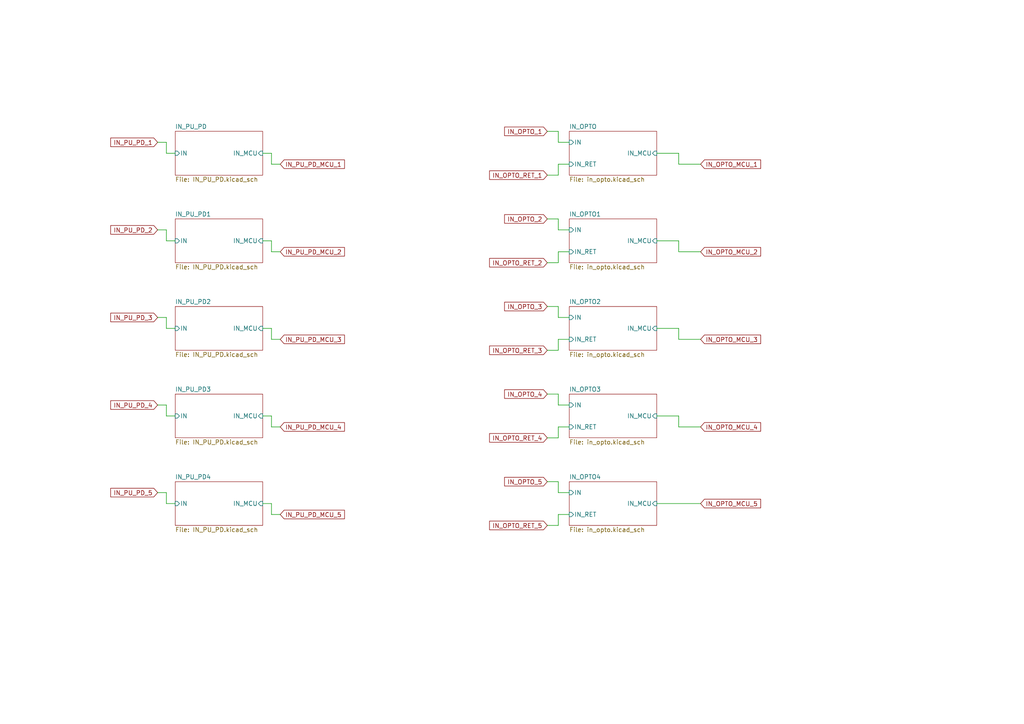
<source format=kicad_sch>
(kicad_sch (version 20211123) (generator eeschema)

  (uuid 7162ffe8-b94f-43e1-947b-fb52f9b6bd7f)

  (paper "A4")

  (lib_symbols
  )


  (wire (pts (xy 78.74 47.625) (xy 78.74 44.45))
    (stroke (width 0) (type solid) (color 0 0 0 0))
    (uuid 00f3751a-80cc-4d8d-b636-a54774fb7fde)
  )
  (wire (pts (xy 161.925 114.3) (xy 161.925 117.475))
    (stroke (width 0) (type solid) (color 0 0 0 0))
    (uuid 032d78d6-68d9-4da5-82f3-943fbc55b44f)
  )
  (wire (pts (xy 81.28 149.225) (xy 78.74 149.225))
    (stroke (width 0) (type solid) (color 0 0 0 0))
    (uuid 0c612519-a177-452f-a8fb-2bcca773ded9)
  )
  (wire (pts (xy 76.2 146.05) (xy 78.74 146.05))
    (stroke (width 0) (type solid) (color 0 0 0 0))
    (uuid 0d4e2d55-04b7-419e-9814-d192f7326322)
  )
  (wire (pts (xy 48.26 69.85) (xy 50.8 69.85))
    (stroke (width 0) (type solid) (color 0 0 0 0))
    (uuid 16cdf214-cc0a-4bc4-b5f6-70a260cb971a)
  )
  (wire (pts (xy 161.925 92.075) (xy 165.1 92.075))
    (stroke (width 0) (type solid) (color 0 0 0 0))
    (uuid 19c01012-8660-447d-9273-aa31eddc44fd)
  )
  (wire (pts (xy 196.85 47.625) (xy 196.85 44.45))
    (stroke (width 0) (type solid) (color 0 0 0 0))
    (uuid 1f567f22-b3c4-4e62-a20d-de20d26a2bf0)
  )
  (wire (pts (xy 161.925 98.425) (xy 165.1 98.425))
    (stroke (width 0) (type solid) (color 0 0 0 0))
    (uuid 2a02a1f2-5f31-4b83-9bdf-4710ee81d783)
  )
  (wire (pts (xy 203.2 73.025) (xy 196.85 73.025))
    (stroke (width 0) (type solid) (color 0 0 0 0))
    (uuid 2cc2fe4c-3cdd-4588-9af6-b59ed02b5c0b)
  )
  (wire (pts (xy 161.925 41.275) (xy 165.1 41.275))
    (stroke (width 0) (type solid) (color 0 0 0 0))
    (uuid 2d0eb272-d7bc-46f7-b908-7023983ff4e1)
  )
  (wire (pts (xy 190.5 69.85) (xy 196.85 69.85))
    (stroke (width 0) (type solid) (color 0 0 0 0))
    (uuid 2d366480-52db-4e96-b8c9-acdde9fe00db)
  )
  (wire (pts (xy 76.2 44.45) (xy 78.74 44.45))
    (stroke (width 0) (type solid) (color 0 0 0 0))
    (uuid 2e32d2fd-0e9f-41c9-a629-e5fb6caf2cec)
  )
  (wire (pts (xy 161.925 142.875) (xy 165.1 142.875))
    (stroke (width 0) (type solid) (color 0 0 0 0))
    (uuid 307e809b-8342-40b7-a7bd-3c90ef552711)
  )
  (wire (pts (xy 158.75 139.7) (xy 161.925 139.7))
    (stroke (width 0) (type solid) (color 0 0 0 0))
    (uuid 31861f5b-867a-4077-aa91-91b4334a3441)
  )
  (wire (pts (xy 161.925 47.625) (xy 165.1 47.625))
    (stroke (width 0) (type solid) (color 0 0 0 0))
    (uuid 3328a4ae-b1e5-4b32-8570-2f1de88ecae6)
  )
  (wire (pts (xy 48.26 44.45) (xy 50.8 44.45))
    (stroke (width 0) (type solid) (color 0 0 0 0))
    (uuid 3963e9ea-a760-4c96-bfdc-e02a5c44bec4)
  )
  (wire (pts (xy 48.26 146.05) (xy 50.8 146.05))
    (stroke (width 0) (type solid) (color 0 0 0 0))
    (uuid 3dc5a952-8eb1-4a83-9892-59ae15a7c964)
  )
  (wire (pts (xy 161.925 63.5) (xy 161.925 66.675))
    (stroke (width 0) (type solid) (color 0 0 0 0))
    (uuid 40d78122-e3e0-4ffe-9375-4dd25a880968)
  )
  (wire (pts (xy 161.925 101.6) (xy 161.925 98.425))
    (stroke (width 0) (type solid) (color 0 0 0 0))
    (uuid 429b5adf-32ae-4883-a6fa-d274f04e5185)
  )
  (wire (pts (xy 81.28 123.825) (xy 78.74 123.825))
    (stroke (width 0) (type solid) (color 0 0 0 0))
    (uuid 489957b1-7102-44d1-9f47-31ede95c20f0)
  )
  (wire (pts (xy 161.925 117.475) (xy 165.1 117.475))
    (stroke (width 0) (type solid) (color 0 0 0 0))
    (uuid 49af631e-336e-4ea1-a3b6-bd37c8d1278f)
  )
  (wire (pts (xy 161.925 76.2) (xy 161.925 73.025))
    (stroke (width 0) (type solid) (color 0 0 0 0))
    (uuid 4ecb2b3e-20c6-4935-aa83-7fc8774bbde3)
  )
  (wire (pts (xy 158.75 88.9) (xy 161.925 88.9))
    (stroke (width 0) (type solid) (color 0 0 0 0))
    (uuid 4efad398-8757-4e7b-8465-8bba66736911)
  )
  (wire (pts (xy 158.75 101.6) (xy 161.925 101.6))
    (stroke (width 0) (type solid) (color 0 0 0 0))
    (uuid 54055eaa-576f-4cf9-9d07-9b1d9270b5b1)
  )
  (wire (pts (xy 196.85 98.425) (xy 196.85 95.25))
    (stroke (width 0) (type solid) (color 0 0 0 0))
    (uuid 577dc17c-2482-49b7-86a6-e906478f1f5b)
  )
  (wire (pts (xy 76.2 120.65) (xy 78.74 120.65))
    (stroke (width 0) (type solid) (color 0 0 0 0))
    (uuid 59064ca5-a7e8-47ac-b043-f5b5f2f99696)
  )
  (wire (pts (xy 158.75 50.8) (xy 161.925 50.8))
    (stroke (width 0) (type solid) (color 0 0 0 0))
    (uuid 5a21d3e1-a002-434f-8752-5a8633f7d4af)
  )
  (wire (pts (xy 161.925 50.8) (xy 161.925 47.625))
    (stroke (width 0) (type solid) (color 0 0 0 0))
    (uuid 5a21d3e1-a002-434f-8752-5a8633f7d4b0)
  )
  (wire (pts (xy 158.75 152.4) (xy 161.925 152.4))
    (stroke (width 0) (type solid) (color 0 0 0 0))
    (uuid 694e7cab-5773-45a6-9ab8-6001f370127d)
  )
  (wire (pts (xy 48.26 95.25) (xy 50.8 95.25))
    (stroke (width 0) (type solid) (color 0 0 0 0))
    (uuid 6ec4bb4a-fdca-4761-adfe-3ef4abb9e4cf)
  )
  (wire (pts (xy 81.28 73.025) (xy 78.74 73.025))
    (stroke (width 0) (type solid) (color 0 0 0 0))
    (uuid 7e90ce05-6cc0-49ce-a083-eb5d462608c8)
  )
  (wire (pts (xy 161.925 127) (xy 161.925 123.825))
    (stroke (width 0) (type solid) (color 0 0 0 0))
    (uuid 8320a00c-e6a4-4706-a3df-ea26f731ca7a)
  )
  (wire (pts (xy 196.85 123.825) (xy 196.85 120.65))
    (stroke (width 0) (type solid) (color 0 0 0 0))
    (uuid 856c1b25-ec93-4771-a9a2-2e6403b07f32)
  )
  (wire (pts (xy 81.28 98.425) (xy 78.74 98.425))
    (stroke (width 0) (type solid) (color 0 0 0 0))
    (uuid 90fa0dac-9a6c-429e-83f9-586cba062752)
  )
  (wire (pts (xy 76.2 95.25) (xy 78.74 95.25))
    (stroke (width 0) (type solid) (color 0 0 0 0))
    (uuid 931f96d4-d063-44a9-a150-bb38f9810ad7)
  )
  (wire (pts (xy 45.72 41.275) (xy 48.26 41.275))
    (stroke (width 0) (type solid) (color 0 0 0 0))
    (uuid 93eec6a0-86af-4d3b-9af9-d5578413ebfa)
  )
  (wire (pts (xy 190.5 95.25) (xy 196.85 95.25))
    (stroke (width 0) (type solid) (color 0 0 0 0))
    (uuid 95b27974-bdf4-49d9-90c7-00bd9e1b59bd)
  )
  (wire (pts (xy 190.5 146.05) (xy 203.2 146.05))
    (stroke (width 0) (type solid) (color 0 0 0 0))
    (uuid 99594088-ada8-4c1f-bd0f-c942aacbd775)
  )
  (wire (pts (xy 203.2 98.425) (xy 196.85 98.425))
    (stroke (width 0) (type solid) (color 0 0 0 0))
    (uuid 9b8b2cf9-b7f5-40f5-90a6-cdaa77e53d30)
  )
  (wire (pts (xy 158.75 76.2) (xy 161.925 76.2))
    (stroke (width 0) (type solid) (color 0 0 0 0))
    (uuid 9c83413e-067e-4296-a9da-58963214daa2)
  )
  (wire (pts (xy 161.925 123.825) (xy 165.1 123.825))
    (stroke (width 0) (type solid) (color 0 0 0 0))
    (uuid 9cb28373-a139-47e5-aab1-e7567aad764e)
  )
  (wire (pts (xy 78.74 149.225) (xy 78.74 146.05))
    (stroke (width 0) (type solid) (color 0 0 0 0))
    (uuid a4e7a5c9-d318-4a4d-a74a-d0bfa0f884af)
  )
  (wire (pts (xy 48.26 120.65) (xy 50.8 120.65))
    (stroke (width 0) (type solid) (color 0 0 0 0))
    (uuid afe4c494-2603-461d-a773-c01c5fec77bb)
  )
  (wire (pts (xy 190.5 44.45) (xy 196.85 44.45))
    (stroke (width 0) (type solid) (color 0 0 0 0))
    (uuid b319ae01-43e9-49d5-acf8-c3a66cee99d5)
  )
  (wire (pts (xy 48.26 41.275) (xy 48.26 44.45))
    (stroke (width 0) (type solid) (color 0 0 0 0))
    (uuid b83a76fd-d3ff-464e-bc45-3d28ec8725e7)
  )
  (wire (pts (xy 45.72 142.875) (xy 48.26 142.875))
    (stroke (width 0) (type solid) (color 0 0 0 0))
    (uuid bc0d9e41-ba6a-45c7-acc1-03d745e95249)
  )
  (wire (pts (xy 48.26 142.875) (xy 48.26 146.05))
    (stroke (width 0) (type solid) (color 0 0 0 0))
    (uuid bc0d9e41-ba6a-45c7-acc1-03d745e9524a)
  )
  (wire (pts (xy 45.72 66.675) (xy 48.26 66.675))
    (stroke (width 0) (type solid) (color 0 0 0 0))
    (uuid bd03153d-3530-4c92-a4fa-286b1d4e7d04)
  )
  (wire (pts (xy 48.26 66.675) (xy 48.26 69.85))
    (stroke (width 0) (type solid) (color 0 0 0 0))
    (uuid bd03153d-3530-4c92-a4fa-286b1d4e7d05)
  )
  (wire (pts (xy 78.74 73.025) (xy 78.74 69.85))
    (stroke (width 0) (type solid) (color 0 0 0 0))
    (uuid bd80961f-804f-4d6c-a606-f1f448fdf720)
  )
  (wire (pts (xy 190.5 120.65) (xy 196.85 120.65))
    (stroke (width 0) (type solid) (color 0 0 0 0))
    (uuid c3465583-f5d1-4a69-be42-5de32d2c0abf)
  )
  (wire (pts (xy 203.2 123.825) (xy 196.85 123.825))
    (stroke (width 0) (type solid) (color 0 0 0 0))
    (uuid c61fc813-0fa3-4c72-a501-d7d2c26be906)
  )
  (wire (pts (xy 78.74 98.425) (xy 78.74 95.25))
    (stroke (width 0) (type solid) (color 0 0 0 0))
    (uuid cb6bbcf9-4e1c-44e7-b51a-7f0015c03e54)
  )
  (wire (pts (xy 45.72 117.475) (xy 48.26 117.475))
    (stroke (width 0) (type solid) (color 0 0 0 0))
    (uuid d080b448-932f-4401-b5a3-96aac9f51b3d)
  )
  (wire (pts (xy 48.26 117.475) (xy 48.26 120.65))
    (stroke (width 0) (type solid) (color 0 0 0 0))
    (uuid d080b448-932f-4401-b5a3-96aac9f51b3e)
  )
  (wire (pts (xy 161.925 149.225) (xy 165.1 149.225))
    (stroke (width 0) (type solid) (color 0 0 0 0))
    (uuid d1543d96-4c58-4e25-a0da-383fe8d75831)
  )
  (wire (pts (xy 76.2 69.85) (xy 78.74 69.85))
    (stroke (width 0) (type solid) (color 0 0 0 0))
    (uuid d20608f7-7532-4d5c-bae9-66fd2af5ef0b)
  )
  (wire (pts (xy 161.925 66.675) (xy 165.1 66.675))
    (stroke (width 0) (type solid) (color 0 0 0 0))
    (uuid d2157809-108c-46d6-9448-9d123d41bf98)
  )
  (wire (pts (xy 161.925 139.7) (xy 161.925 142.875))
    (stroke (width 0) (type solid) (color 0 0 0 0))
    (uuid d90ce651-6720-41c7-823e-ea0aef5ccdb5)
  )
  (wire (pts (xy 196.85 73.025) (xy 196.85 69.85))
    (stroke (width 0) (type solid) (color 0 0 0 0))
    (uuid da9cd9e1-26f5-43e3-b23b-5f9eed0be1f9)
  )
  (wire (pts (xy 158.75 127) (xy 161.925 127))
    (stroke (width 0) (type solid) (color 0 0 0 0))
    (uuid dfafe8bd-c7f1-4099-a1b3-1f47d795f1ca)
  )
  (wire (pts (xy 161.925 152.4) (xy 161.925 149.225))
    (stroke (width 0) (type solid) (color 0 0 0 0))
    (uuid e1138f78-a5ca-4dd7-9048-7d696c4dba68)
  )
  (wire (pts (xy 158.75 114.3) (xy 161.925 114.3))
    (stroke (width 0) (type solid) (color 0 0 0 0))
    (uuid e386954e-37b6-48aa-97c6-af249bbff0ea)
  )
  (wire (pts (xy 203.2 47.625) (xy 196.85 47.625))
    (stroke (width 0) (type solid) (color 0 0 0 0))
    (uuid e4d14b99-6786-4e08-8a06-c9d7010c7e62)
  )
  (wire (pts (xy 45.72 92.075) (xy 48.26 92.075))
    (stroke (width 0) (type solid) (color 0 0 0 0))
    (uuid e8edf595-18a3-4040-8f69-72668f1f90c3)
  )
  (wire (pts (xy 48.26 92.075) (xy 48.26 95.25))
    (stroke (width 0) (type solid) (color 0 0 0 0))
    (uuid e8edf595-18a3-4040-8f69-72668f1f90c4)
  )
  (wire (pts (xy 81.28 47.625) (xy 78.74 47.625))
    (stroke (width 0) (type solid) (color 0 0 0 0))
    (uuid e9941287-b91d-48da-b4fb-ca3703d759bd)
  )
  (wire (pts (xy 158.75 63.5) (xy 161.925 63.5))
    (stroke (width 0) (type solid) (color 0 0 0 0))
    (uuid eb34ccdd-f909-460e-b7d1-bc46321cb69e)
  )
  (wire (pts (xy 78.74 123.825) (xy 78.74 120.65))
    (stroke (width 0) (type solid) (color 0 0 0 0))
    (uuid efcfbb60-dd77-4001-948a-af0ffc4fc077)
  )
  (wire (pts (xy 161.925 88.9) (xy 161.925 92.075))
    (stroke (width 0) (type solid) (color 0 0 0 0))
    (uuid f22c8297-8270-449e-a8d1-1be37f7744d0)
  )
  (wire (pts (xy 161.925 73.025) (xy 165.1 73.025))
    (stroke (width 0) (type solid) (color 0 0 0 0))
    (uuid f78fe1af-276e-43ee-a062-5b26ee734dc0)
  )
  (wire (pts (xy 158.75 38.1) (xy 161.925 38.1))
    (stroke (width 0) (type solid) (color 0 0 0 0))
    (uuid f7a49f88-137f-4e88-8c70-0b9a5378df45)
  )
  (wire (pts (xy 161.925 38.1) (xy 161.925 41.275))
    (stroke (width 0) (type solid) (color 0 0 0 0))
    (uuid f7a49f88-137f-4e88-8c70-0b9a5378df46)
  )

  (global_label "IN_OPTO_RET_2" (shape input) (at 158.75 76.2 180)
    (effects (font (size 1.27 1.27)) (justify right))
    (uuid 10e403dc-4c6f-43ba-874c-fc77a3de48e8)
    (property "Intersheet References" "${INTERSHEET_REFS}" (id 0) (at 143.6248 76.1206 0)
      (effects (font (size 1.27 1.27)) (justify right) hide)
    )
  )
  (global_label "IN_PU_PD_MCU_1" (shape input) (at 81.28 47.625 0)
    (effects (font (size 1.27 1.27)) (justify left))
    (uuid 171b5570-006b-4d51-941f-c17b09fa0fa4)
    (property "Intersheet References" "${INTERSHEET_REFS}" (id 0) (at 101.4247 47.5456 0)
      (effects (font (size 1.27 1.27)) (justify left) hide)
    )
  )
  (global_label "IN_OPTO_3" (shape input) (at 158.75 88.9 180)
    (effects (font (size 1.27 1.27)) (justify right))
    (uuid 22ce982a-1b05-4b53-8823-888ab27373ec)
    (property "Intersheet References" "${INTERSHEET_REFS}" (id 0) (at 143.6248 88.8206 0)
      (effects (font (size 1.27 1.27)) (justify right) hide)
    )
  )
  (global_label "IN_OPTO_MCU_1" (shape input) (at 203.2 47.625 0)
    (effects (font (size 1.27 1.27)) (justify left))
    (uuid 25bbafce-2465-446f-8168-0dc8e10405d5)
    (property "Intersheet References" "${INTERSHEET_REFS}" (id 0) (at 222.1352 47.5456 0)
      (effects (font (size 1.27 1.27)) (justify left) hide)
    )
  )
  (global_label "IN_PU_PD_5" (shape input) (at 45.72 142.875 180)
    (effects (font (size 1.27 1.27)) (justify right))
    (uuid 487a7911-9d45-40ee-8650-c97f1ba6402f)
    (property "Intersheet References" "${INTERSHEET_REFS}" (id 0) (at 30.5948 142.7956 0)
      (effects (font (size 1.27 1.27)) (justify right) hide)
    )
  )
  (global_label "IN_OPTO_RET_1" (shape input) (at 158.75 50.8 180)
    (effects (font (size 1.27 1.27)) (justify right))
    (uuid 552bcbc1-9b47-4200-97c5-02d596cb06d7)
    (property "Intersheet References" "${INTERSHEET_REFS}" (id 0) (at 143.6248 50.7206 0)
      (effects (font (size 1.27 1.27)) (justify right) hide)
    )
  )
  (global_label "IN_PU_PD_MCU_3" (shape input) (at 81.28 98.425 0)
    (effects (font (size 1.27 1.27)) (justify left))
    (uuid 6bd0999b-19ed-443a-934c-a9574a63c6f6)
    (property "Intersheet References" "${INTERSHEET_REFS}" (id 0) (at 101.4247 98.3456 0)
      (effects (font (size 1.27 1.27)) (justify left) hide)
    )
  )
  (global_label "IN_OPTO_RET_5" (shape input) (at 158.75 152.4 180)
    (effects (font (size 1.27 1.27)) (justify right))
    (uuid 71e9e21c-8690-4fb1-8f27-39d7201fd51d)
    (property "Intersheet References" "${INTERSHEET_REFS}" (id 0) (at 143.6248 152.3206 0)
      (effects (font (size 1.27 1.27)) (justify right) hide)
    )
  )
  (global_label "IN_OPTO_MCU_2" (shape input) (at 203.2 73.025 0)
    (effects (font (size 1.27 1.27)) (justify left))
    (uuid 7dd23d4c-6766-4e6c-a4eb-862d91086cbc)
    (property "Intersheet References" "${INTERSHEET_REFS}" (id 0) (at 222.1352 72.9456 0)
      (effects (font (size 1.27 1.27)) (justify left) hide)
    )
  )
  (global_label "IN_PU_PD_3" (shape input) (at 45.72 92.075 180)
    (effects (font (size 1.27 1.27)) (justify right))
    (uuid 8198007c-e086-4893-bdfd-aa441f640de9)
    (property "Intersheet References" "${INTERSHEET_REFS}" (id 0) (at 30.5948 91.9956 0)
      (effects (font (size 1.27 1.27)) (justify right) hide)
    )
  )
  (global_label "IN_OPTO_MCU_5" (shape input) (at 203.2 146.05 0)
    (effects (font (size 1.27 1.27)) (justify left))
    (uuid 898528a7-527a-444d-96ea-24e1c0f9e1c6)
    (property "Intersheet References" "${INTERSHEET_REFS}" (id 0) (at 222.1352 145.9706 0)
      (effects (font (size 1.27 1.27)) (justify left) hide)
    )
  )
  (global_label "IN_OPTO_MCU_3" (shape input) (at 203.2 98.425 0)
    (effects (font (size 1.27 1.27)) (justify left))
    (uuid 8f007331-47e8-45bd-bdc0-439c67bb9a75)
    (property "Intersheet References" "${INTERSHEET_REFS}" (id 0) (at 222.1352 98.3456 0)
      (effects (font (size 1.27 1.27)) (justify left) hide)
    )
  )
  (global_label "IN_PU_PD_4" (shape input) (at 45.72 117.475 180)
    (effects (font (size 1.27 1.27)) (justify right))
    (uuid ac6a70f9-748c-4ad6-99ac-f50bbe592b79)
    (property "Intersheet References" "${INTERSHEET_REFS}" (id 0) (at 30.5948 117.3956 0)
      (effects (font (size 1.27 1.27)) (justify right) hide)
    )
  )
  (global_label "IN_OPTO_RET_3" (shape input) (at 158.75 101.6 180)
    (effects (font (size 1.27 1.27)) (justify right))
    (uuid af79a670-6d13-431f-b6c6-7faac3bbf35e)
    (property "Intersheet References" "${INTERSHEET_REFS}" (id 0) (at 143.6248 101.5206 0)
      (effects (font (size 1.27 1.27)) (justify right) hide)
    )
  )
  (global_label "IN_PU_PD_2" (shape input) (at 45.72 66.675 180)
    (effects (font (size 1.27 1.27)) (justify right))
    (uuid b0ddb738-f8c1-4464-b6c5-26adaaf0380c)
    (property "Intersheet References" "${INTERSHEET_REFS}" (id 0) (at 30.5948 66.5956 0)
      (effects (font (size 1.27 1.27)) (justify right) hide)
    )
  )
  (global_label "IN_PU_PD_MCU_4" (shape input) (at 81.28 123.825 0)
    (effects (font (size 1.27 1.27)) (justify left))
    (uuid b0e7d972-f5ba-4a64-b634-840e2ed9de32)
    (property "Intersheet References" "${INTERSHEET_REFS}" (id 0) (at 101.4247 123.7456 0)
      (effects (font (size 1.27 1.27)) (justify left) hide)
    )
  )
  (global_label "IN_OPTO_RET_4" (shape input) (at 158.75 127 180)
    (effects (font (size 1.27 1.27)) (justify right))
    (uuid baa7a5a6-fec4-4bf9-83f9-6d43044cd736)
    (property "Intersheet References" "${INTERSHEET_REFS}" (id 0) (at 143.6248 126.9206 0)
      (effects (font (size 1.27 1.27)) (justify right) hide)
    )
  )
  (global_label "IN_PU_PD_1" (shape input) (at 45.72 41.275 180)
    (effects (font (size 1.27 1.27)) (justify right))
    (uuid bdaf97d4-d716-4d3e-8d81-6dd1844f4353)
    (property "Intersheet References" "${INTERSHEET_REFS}" (id 0) (at 30.5948 41.1956 0)
      (effects (font (size 1.27 1.27)) (justify right) hide)
    )
  )
  (global_label "IN_OPTO_MCU_4" (shape input) (at 203.2 123.825 0)
    (effects (font (size 1.27 1.27)) (justify left))
    (uuid bf3bec30-f9b0-4d68-8231-87ca74f334f6)
    (property "Intersheet References" "${INTERSHEET_REFS}" (id 0) (at 222.1352 123.7456 0)
      (effects (font (size 1.27 1.27)) (justify left) hide)
    )
  )
  (global_label "IN_OPTO_5" (shape input) (at 158.75 139.7 180)
    (effects (font (size 1.27 1.27)) (justify right))
    (uuid d130e0e8-9972-4bf5-9acc-5c2b9e53904a)
    (property "Intersheet References" "${INTERSHEET_REFS}" (id 0) (at 143.6248 139.6206 0)
      (effects (font (size 1.27 1.27)) (justify right) hide)
    )
  )
  (global_label "IN_OPTO_1" (shape input) (at 158.75 38.1 180)
    (effects (font (size 1.27 1.27)) (justify right))
    (uuid d32ac588-5e52-4288-b1e9-5d3c1fa6b1e5)
    (property "Intersheet References" "${INTERSHEET_REFS}" (id 0) (at 143.6248 38.0206 0)
      (effects (font (size 1.27 1.27)) (justify right) hide)
    )
  )
  (global_label "IN_OPTO_4" (shape input) (at 158.75 114.3 180)
    (effects (font (size 1.27 1.27)) (justify right))
    (uuid d40bcad9-7936-40f4-b033-8c45f8aee414)
    (property "Intersheet References" "${INTERSHEET_REFS}" (id 0) (at 143.6248 114.2206 0)
      (effects (font (size 1.27 1.27)) (justify right) hide)
    )
  )
  (global_label "IN_OPTO_2" (shape input) (at 158.75 63.5 180)
    (effects (font (size 1.27 1.27)) (justify right))
    (uuid e61c7e64-2d59-40b9-b703-6a8cd0188066)
    (property "Intersheet References" "${INTERSHEET_REFS}" (id 0) (at 143.6248 63.4206 0)
      (effects (font (size 1.27 1.27)) (justify right) hide)
    )
  )
  (global_label "IN_PU_PD_MCU_2" (shape input) (at 81.28 73.025 0)
    (effects (font (size 1.27 1.27)) (justify left))
    (uuid f42ea315-1758-483f-8e40-96f85ac15801)
    (property "Intersheet References" "${INTERSHEET_REFS}" (id 0) (at 101.4247 72.9456 0)
      (effects (font (size 1.27 1.27)) (justify left) hide)
    )
  )
  (global_label "IN_PU_PD_MCU_5" (shape input) (at 81.28 149.225 0)
    (effects (font (size 1.27 1.27)) (justify left))
    (uuid fc0a2a63-2bb7-4b82-adda-f86effb0f0ce)
    (property "Intersheet References" "${INTERSHEET_REFS}" (id 0) (at 101.4247 149.1456 0)
      (effects (font (size 1.27 1.27)) (justify left) hide)
    )
  )

  (sheet (at 50.8 38.1) (size 25.4 12.7)
    (stroke (width 0.001) (type solid) (color 0 0 0 0))
    (fill (color 0 0 0 0.0000))
    (uuid 0d0ca36c-2bbd-45e9-a82f-32c9b2c4d33e)
    (property "Sheet name" "IN_PU_PD" (id 0) (at 50.8 37.4641 0)
      (effects (font (size 1.27 1.27)) (justify left bottom))
    )
    (property "Sheet file" "IN_PU_PD.kicad_sch" (id 1) (at 50.8 51.3089 0)
      (effects (font (size 1.27 1.27)) (justify left top))
    )
    (pin "IN_MCU" input (at 76.2 44.45 0)
      (effects (font (size 1.27 1.27)) (justify right))
      (uuid be6c5c0e-057b-4265-8356-1a21d27c62ea)
    )
    (pin "IN" input (at 50.8 44.45 180)
      (effects (font (size 1.27 1.27)) (justify left))
      (uuid cff25d17-1d6c-430a-b50a-367332de0330)
    )
  )

  (sheet (at 50.8 63.5) (size 25.4 12.7)
    (stroke (width 0.001) (type solid) (color 0 0 0 0))
    (fill (color 0 0 0 0.0000))
    (uuid 161776a1-62b3-432b-9c32-1f040a860a75)
    (property "Sheet name" "IN_PU_PD1" (id 0) (at 50.8 62.8641 0)
      (effects (font (size 1.27 1.27)) (justify left bottom))
    )
    (property "Sheet file" "IN_PU_PD.kicad_sch" (id 1) (at 50.8 76.7089 0)
      (effects (font (size 1.27 1.27)) (justify left top))
    )
    (pin "IN_MCU" input (at 76.2 69.85 0)
      (effects (font (size 1.27 1.27)) (justify right))
      (uuid 435018c6-ee2b-430e-8364-f2af4d41df5f)
    )
    (pin "IN" input (at 50.8 69.85 180)
      (effects (font (size 1.27 1.27)) (justify left))
      (uuid 623b7d40-a2f6-408a-84ed-da2238ea9292)
    )
  )

  (sheet (at 165.1 139.7) (size 25.4 12.7)
    (stroke (width 0.001) (type solid) (color 0 0 0 0))
    (fill (color 0 0 0 0.0000))
    (uuid 3ec5f403-241e-432c-9a92-170ceee25479)
    (property "Sheet name" "IN_OPTO4" (id 0) (at 165.1 139.0641 0)
      (effects (font (size 1.27 1.27)) (justify left bottom))
    )
    (property "Sheet file" "in_opto.kicad_sch" (id 1) (at 165.1 152.9089 0)
      (effects (font (size 1.27 1.27)) (justify left top))
    )
    (pin "IN_MCU" input (at 190.5 146.05 0)
      (effects (font (size 1.27 1.27)) (justify right))
      (uuid e36a5bdb-b095-496c-a505-4bbe81a54082)
    )
    (pin "IN" input (at 165.1 142.875 180)
      (effects (font (size 1.27 1.27)) (justify left))
      (uuid 9f8c14b3-3157-406f-b918-5f77c470c7e9)
    )
    (pin "IN_RET" input (at 165.1 149.225 180)
      (effects (font (size 1.27 1.27)) (justify left))
      (uuid 4d067c78-e4b4-4346-807d-8e602b25da5a)
    )
  )

  (sheet (at 50.8 114.3) (size 25.4 12.7)
    (stroke (width 0.001) (type solid) (color 0 0 0 0))
    (fill (color 0 0 0 0.0000))
    (uuid 5e5888b6-7834-4dd5-a0e3-ad8404cb0f2b)
    (property "Sheet name" "IN_PU_PD3" (id 0) (at 50.8 113.6641 0)
      (effects (font (size 1.27 1.27)) (justify left bottom))
    )
    (property "Sheet file" "IN_PU_PD.kicad_sch" (id 1) (at 50.8 127.5089 0)
      (effects (font (size 1.27 1.27)) (justify left top))
    )
    (pin "IN_MCU" input (at 76.2 120.65 0)
      (effects (font (size 1.27 1.27)) (justify right))
      (uuid df87b067-7fce-449c-ae3c-7d85a9ee93a8)
    )
    (pin "IN" input (at 50.8 120.65 180)
      (effects (font (size 1.27 1.27)) (justify left))
      (uuid 53968183-378e-455e-a3b2-a98f7278d358)
    )
  )

  (sheet (at 165.1 38.1) (size 25.4 12.7)
    (stroke (width 0.001) (type solid) (color 0 0 0 0))
    (fill (color 0 0 0 0.0000))
    (uuid 73c73c1c-d0b2-4688-b35e-a995e80afbae)
    (property "Sheet name" "IN_OPTO" (id 0) (at 165.1 37.4641 0)
      (effects (font (size 1.27 1.27)) (justify left bottom))
    )
    (property "Sheet file" "in_opto.kicad_sch" (id 1) (at 165.1 51.3089 0)
      (effects (font (size 1.27 1.27)) (justify left top))
    )
    (pin "IN_MCU" input (at 190.5 44.45 0)
      (effects (font (size 1.27 1.27)) (justify right))
      (uuid 0d2b2b95-aba0-4bb1-962d-2ebd45c4efa7)
    )
    (pin "IN" input (at 165.1 41.275 180)
      (effects (font (size 1.27 1.27)) (justify left))
      (uuid d9006582-f920-4a58-a140-1fb967635231)
    )
    (pin "IN_RET" input (at 165.1 47.625 180)
      (effects (font (size 1.27 1.27)) (justify left))
      (uuid e96391f0-e793-47e0-b958-393dc756217a)
    )
  )

  (sheet (at 50.8 88.9) (size 25.4 12.7)
    (stroke (width 0.001) (type solid) (color 0 0 0 0))
    (fill (color 0 0 0 0.0000))
    (uuid c22e65ec-edc9-4932-a1a8-1c67a7e474c8)
    (property "Sheet name" "IN_PU_PD2" (id 0) (at 50.8 88.2641 0)
      (effects (font (size 1.27 1.27)) (justify left bottom))
    )
    (property "Sheet file" "IN_PU_PD.kicad_sch" (id 1) (at 50.8 102.1089 0)
      (effects (font (size 1.27 1.27)) (justify left top))
    )
    (pin "IN_MCU" input (at 76.2 95.25 0)
      (effects (font (size 1.27 1.27)) (justify right))
      (uuid 532f673a-0f03-4abf-b233-8fd6572634c9)
    )
    (pin "IN" input (at 50.8 95.25 180)
      (effects (font (size 1.27 1.27)) (justify left))
      (uuid 5f8bcca5-b6e9-4e20-a334-9318b01c8d21)
    )
  )

  (sheet (at 50.8 139.7) (size 25.4 12.7)
    (stroke (width 0.001) (type solid) (color 0 0 0 0))
    (fill (color 0 0 0 0.0000))
    (uuid da3be061-53b6-487f-bf20-4a6eec1c4cd1)
    (property "Sheet name" "IN_PU_PD4" (id 0) (at 50.8 139.0641 0)
      (effects (font (size 1.27 1.27)) (justify left bottom))
    )
    (property "Sheet file" "IN_PU_PD.kicad_sch" (id 1) (at 50.8 152.9089 0)
      (effects (font (size 1.27 1.27)) (justify left top))
    )
    (pin "IN_MCU" input (at 76.2 146.05 0)
      (effects (font (size 1.27 1.27)) (justify right))
      (uuid eeafac8a-316c-4f6d-bceb-b871fec2903b)
    )
    (pin "IN" input (at 50.8 146.05 180)
      (effects (font (size 1.27 1.27)) (justify left))
      (uuid 78f542b7-0fa4-4244-9c5e-b4ab59bbdc96)
    )
  )

  (sheet (at 165.1 114.3) (size 25.4 12.7)
    (stroke (width 0.001) (type solid) (color 0 0 0 0))
    (fill (color 0 0 0 0.0000))
    (uuid e892e2cf-bd1d-449b-9405-2ad074c1dca8)
    (property "Sheet name" "IN_OPTO3" (id 0) (at 165.1 113.6641 0)
      (effects (font (size 1.27 1.27)) (justify left bottom))
    )
    (property "Sheet file" "in_opto.kicad_sch" (id 1) (at 165.1 127.5089 0)
      (effects (font (size 1.27 1.27)) (justify left top))
    )
    (pin "IN_MCU" input (at 190.5 120.65 0)
      (effects (font (size 1.27 1.27)) (justify right))
      (uuid 903d787d-75c4-4d5b-8261-bcdf29180cbc)
    )
    (pin "IN" input (at 165.1 117.475 180)
      (effects (font (size 1.27 1.27)) (justify left))
      (uuid 970dd870-4660-44b5-8a4e-0689578844d5)
    )
    (pin "IN_RET" input (at 165.1 123.825 180)
      (effects (font (size 1.27 1.27)) (justify left))
      (uuid ce0fb16e-84f3-4d28-97c1-0db49d2ba74d)
    )
  )

  (sheet (at 165.1 63.5) (size 25.4 12.7)
    (stroke (width 0.001) (type solid) (color 0 0 0 0))
    (fill (color 0 0 0 0.0000))
    (uuid f01a7c62-3614-4eb3-93f9-e3833824b912)
    (property "Sheet name" "IN_OPTO1" (id 0) (at 165.1 62.8641 0)
      (effects (font (size 1.27 1.27)) (justify left bottom))
    )
    (property "Sheet file" "in_opto.kicad_sch" (id 1) (at 165.1 76.7089 0)
      (effects (font (size 1.27 1.27)) (justify left top))
    )
    (pin "IN_MCU" input (at 190.5 69.85 0)
      (effects (font (size 1.27 1.27)) (justify right))
      (uuid 6f839928-cb1e-4f5e-885c-89637d66deeb)
    )
    (pin "IN" input (at 165.1 66.675 180)
      (effects (font (size 1.27 1.27)) (justify left))
      (uuid 44e26456-1040-44a3-b0e5-da03d62fe21e)
    )
    (pin "IN_RET" input (at 165.1 73.025 180)
      (effects (font (size 1.27 1.27)) (justify left))
      (uuid f9be9eac-5dfd-4030-a8ed-5de1c24c7f08)
    )
  )

  (sheet (at 165.1 88.9) (size 25.4 12.7)
    (stroke (width 0.001) (type solid) (color 0 0 0 0))
    (fill (color 0 0 0 0.0000))
    (uuid f176999f-193a-475a-a644-c391cc9ac2a8)
    (property "Sheet name" "IN_OPTO2" (id 0) (at 165.1 88.2641 0)
      (effects (font (size 1.27 1.27)) (justify left bottom))
    )
    (property "Sheet file" "in_opto.kicad_sch" (id 1) (at 165.1 102.1089 0)
      (effects (font (size 1.27 1.27)) (justify left top))
    )
    (pin "IN_MCU" input (at 190.5 95.25 0)
      (effects (font (size 1.27 1.27)) (justify right))
      (uuid 8a769611-7a26-4460-bdb1-7dd4989559c8)
    )
    (pin "IN" input (at 165.1 92.075 180)
      (effects (font (size 1.27 1.27)) (justify left))
      (uuid b4c1c3e2-b058-44d8-a8e1-53626d309a53)
    )
    (pin "IN_RET" input (at 165.1 98.425 180)
      (effects (font (size 1.27 1.27)) (justify left))
      (uuid e51686d8-896f-48aa-8fd3-c4ed87e463a7)
    )
  )
)

</source>
